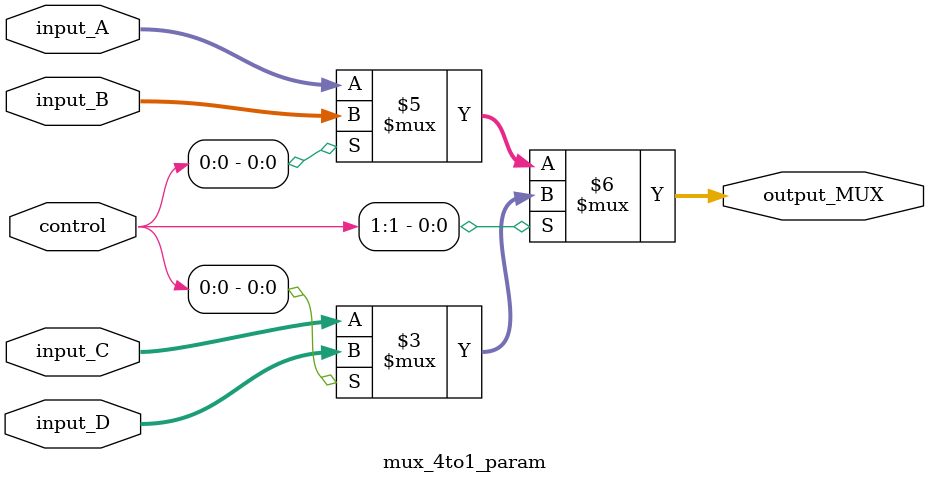
<source format=v>
`timescale 1ns / 1ps


module mux_4to1_param
#(
  parameter WIDTH = 32  //# width of data
)
(
    // Inputs
    input [1:0] control,
    input [WIDTH - 1:0] input_A,
    input [WIDTH - 1:0] input_B,
    input [WIDTH - 1:0] input_C,
    input [WIDTH - 1:0] input_D,
    
    // Outputs
    output [WIDTH - 1:0] output_MUX
    );
    
    assign output_MUX = (control[1] == 1'b1) ? {(control[0] == 1'b1) ? input_D : input_C} : {(control[0] == 1'b1) ? input_B : input_A};
    
endmodule

</source>
